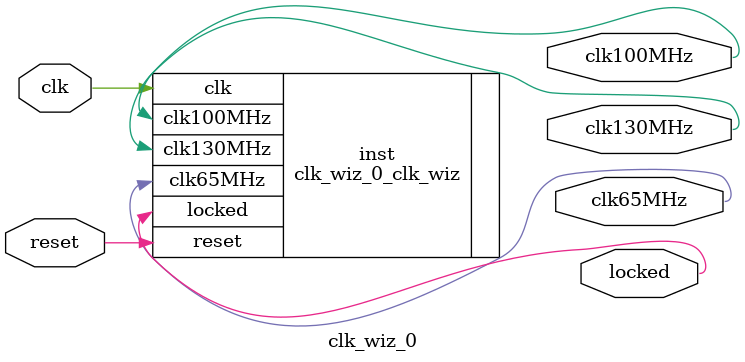
<source format=v>


`timescale 1ps/1ps

(* CORE_GENERATION_INFO = "clk_wiz_0,clk_wiz_v5_4_2_0,{component_name=clk_wiz_0,use_phase_alignment=true,use_min_o_jitter=false,use_max_i_jitter=false,use_dyn_phase_shift=false,use_inclk_switchover=false,use_dyn_reconfig=false,enable_axi=0,feedback_source=FDBK_AUTO,PRIMITIVE=MMCM,num_out_clk=3,clkin1_period=10.000,clkin2_period=10.000,use_power_down=false,use_reset=true,use_locked=true,use_inclk_stopped=false,feedback_type=SINGLE,CLOCK_MGR_TYPE=NA,manual_override=false}" *)

module clk_wiz_0 
 (
  // Clock out ports
  output        clk100MHz,
  output        clk65MHz,
  output        clk130MHz,
  // Status and control signals
  input         reset,
  output        locked,
 // Clock in ports
  input         clk
 );

  clk_wiz_0_clk_wiz inst
  (
  // Clock out ports  
  .clk100MHz(clk100MHz),
  .clk65MHz(clk65MHz),
  .clk130MHz(clk130MHz),
  // Status and control signals               
  .reset(reset), 
  .locked(locked),
 // Clock in ports
  .clk(clk)
  );

endmodule

</source>
